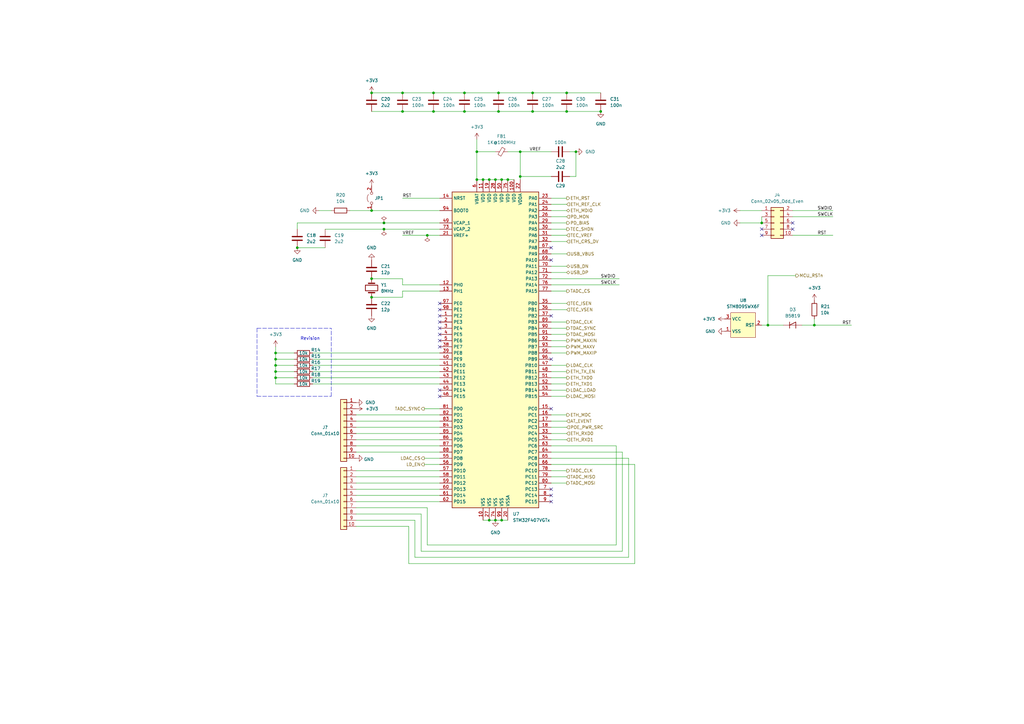
<source format=kicad_sch>
(kicad_sch (version 20211123) (generator eeschema)
  (paper "A3")
  (title_block (title "Kirdy") (date "2022-07-03") (rev "r0.1") (company "M-Labs") (comment 1 "Alex Wong Tat Hang"))
  (lib_symbols
    (symbol "Connector_Generic:Conn_01x10" (pin_names (offset 1.016) hide)
      (property "Reference" "J" (at 0 12.7 0))
      (property "Value" "Conn_01x10" (at 0 -15.24 0))
      (symbol "Conn_01x10_1_1"
        (rectangle (start -1.27 -12.573) (end 0 -12.827) (stroke (width 0.1524)))
        (rectangle (start -1.27 -10.033) (end 0 -10.287) (stroke (width 0.1524)))
        (rectangle (start -1.27 -7.493) (end 0 -7.747) (stroke (width 0.1524)))
        (rectangle (start -1.27 -4.953) (end 0 -5.207) (stroke (width 0.1524)))
        (rectangle (start -1.27 -2.413) (end 0 -2.667) (stroke (width 0.1524)))
        (rectangle (start -1.27 0.127) (end 0 -0.127) (stroke (width 0.1524)))
        (rectangle (start -1.27 2.667) (end 0 2.413) (stroke (width 0.1524)))
        (rectangle (start -1.27 5.207) (end 0 4.953) (stroke (width 0.1524)))
        (rectangle (start -1.27 7.747) (end 0 7.493) (stroke (width 0.1524)))
        (rectangle (start -1.27 10.287) (end 0 10.033) (stroke (width 0.1524)))
        (rectangle (start -1.27 11.43) (end 1.27 -13.97) (stroke (width 0.254)) (fill (type background)))
        (pin passive line (at -5.08 10.16 0) (length 3.81) (name "Pin_1") (number "1"))
        (pin passive line (at -5.08 -12.7 0) (length 3.81) (name "Pin_10") (number "10"))
        (pin passive line (at -5.08 7.62 0) (length 3.81) (name "Pin_2") (number "2"))
        (pin passive line (at -5.08 5.08 0) (length 3.81) (name "Pin_3") (number "3"))
        (pin passive line (at -5.08 2.54 0) (length 3.81) (name "Pin_4") (number "4"))
        (pin passive line (at -5.08 0 0) (length 3.81) (name "Pin_5") (number "5"))
        (pin passive line (at -5.08 -2.54 0) (length 3.81) (name "Pin_6") (number "6"))
        (pin passive line (at -5.08 -5.08 0) (length 3.81) (name "Pin_7") (number "7"))
        (pin passive line (at -5.08 -7.62 0) (length 3.81) (name "Pin_8") (number "8"))
        (pin passive line (at -5.08 -10.16 0) (length 3.81) (name "Pin_9") (number "9"))
      )
    )
    (symbol "Connector_Generic:Conn_02x05_Odd_Even" (pin_names (offset 1.016) hide)
      (property "Reference" "J" (at 1.27 7.62 0))
      (property "Value" "Conn_02x05_Odd_Even" (at 1.27 -7.62 0))
      (symbol "Conn_02x05_Odd_Even_1_1"
        (rectangle (start -1.27 -4.953) (end 0 -5.207) (stroke (width 0.1524)))
        (rectangle (start -1.27 -2.413) (end 0 -2.667) (stroke (width 0.1524)))
        (rectangle (start -1.27 0.127) (end 0 -0.127) (stroke (width 0.1524)))
        (rectangle (start -1.27 2.667) (end 0 2.413) (stroke (width 0.1524)))
        (rectangle (start -1.27 5.207) (end 0 4.953) (stroke (width 0.1524)))
        (rectangle (start -1.27 6.35) (end 3.81 -6.35) (stroke (width 0.254)) (fill (type background)))
        (rectangle (start 3.81 -4.953) (end 2.54 -5.207) (stroke (width 0.1524)))
        (rectangle (start 3.81 -2.413) (end 2.54 -2.667) (stroke (width 0.1524)))
        (rectangle (start 3.81 0.127) (end 2.54 -0.127) (stroke (width 0.1524)))
        (rectangle (start 3.81 2.667) (end 2.54 2.413) (stroke (width 0.1524)))
        (rectangle (start 3.81 5.207) (end 2.54 4.953) (stroke (width 0.1524)))
        (pin passive line (at -5.08 5.08 0) (length 3.81) (name "Pin_1") (number "1"))
        (pin passive line (at 7.62 -5.08 180) (length 3.81) (name "Pin_10") (number "10"))
        (pin passive line (at 7.62 5.08 180) (length 3.81) (name "Pin_2") (number "2"))
        (pin passive line (at -5.08 2.54 0) (length 3.81) (name "Pin_3") (number "3"))
        (pin passive line (at 7.62 2.54 180) (length 3.81) (name "Pin_4") (number "4"))
        (pin passive line (at -5.08 0 0) (length 3.81) (name "Pin_5") (number "5"))
        (pin passive line (at 7.62 0 180) (length 3.81) (name "Pin_6") (number "6"))
        (pin passive line (at -5.08 -2.54 0) (length 3.81) (name "Pin_7") (number "7"))
        (pin passive line (at 7.62 -2.54 180) (length 3.81) (name "Pin_8") (number "8"))
        (pin passive line (at -5.08 -5.08 0) (length 3.81) (name "Pin_9") (number "9"))
      )
    )
    (symbol "Device:C" (pin_numbers hide) (pin_names (offset 0.254))
      (property "Reference" "C" (at 0.635 2.54 0))
      (property "Value" "C" (at 0.635 -2.54 0))
      (symbol "C_0_1"
        (polyline (pts (xy -2.032 -0.762) (xy 2.032 -0.762)) (stroke (width 0.508)))
        (polyline (pts (xy -2.032 0.762) (xy 2.032 0.762)) (stroke (width 0.508)))
      )
      (symbol "C_1_1"
        (pin passive line (at 0 3.81 270) (length 2.794) (name "~") (number "1"))
        (pin passive line (at 0 -3.81 90) (length 2.794) (name "~") (number "2"))
      )
    )
    (symbol "Device:Crystal" (pin_numbers hide) (pin_names (offset 1.016) hide)
      (property "Reference" "Y" (at 0 3.81 0))
      (property "Value" "Crystal" (at 0 -3.81 0))
      (symbol "Crystal_0_1"
        (rectangle (start -1.143 2.54) (end 1.143 -2.54) (stroke (width 0.3048)))
        (polyline (pts (xy -2.54 0) (xy -1.905 0)))
        (polyline (pts (xy -1.905 -1.27) (xy -1.905 1.27)) (stroke (width 0.508)))
        (polyline (pts (xy 1.905 -1.27) (xy 1.905 1.27)) (stroke (width 0.508)))
        (polyline (pts (xy 2.54 0) (xy 1.905 0)))
      )
      (symbol "Crystal_1_1"
        (pin passive line (at -3.81 0 0) (length 1.27) (name "1") (number "1"))
        (pin passive line (at 3.81 0 180) (length 1.27) (name "2") (number "2"))
      )
    )
    (symbol "Device:D_Shockley" (pin_numbers hide) (pin_names (offset 1.016) hide)
      (property "Reference" "D" (at 0 2.54 0))
      (property "Value" "D_Shockley" (at 0 -2.54 0))
      (symbol "D_Shockley_0_1"
        (polyline (pts (xy -1.27 0) (xy 1.27 0)))
        (polyline (pts (xy -1.27 1.27) (xy -1.27 -1.27)) (stroke (width 0.254)))
        (polyline (pts (xy -1.27 0) (xy 1.27 1.27) (xy 1.27 -1.27)) (stroke (width 0.254)))
      )
      (symbol "D_Shockley_1_1"
        (pin passive line (at -3.81 0 0) (length 2.54) (name "K") (number "1"))
        (pin passive line (at 3.81 0 180) (length 2.54) (name "A") (number "2"))
      )
    )
    (symbol "Device:FerriteBead_Small" (pin_numbers hide) (pin_names (offset 0))
      (property "Reference" "FB" (at 1.905 1.27 0))
      (property "Value" "FerriteBead_Small" (at 1.905 -1.27 0))
      (symbol "FerriteBead_Small_0_1"
        (polyline (pts (xy 0 -1.27) (xy 0 -0.7874)))
        (polyline (pts (xy 0 0.889) (xy 0 1.2954)))
        (polyline (pts (xy -1.8288 0.2794) (xy -1.1176 1.4986) (xy 1.8288 -0.2032) (xy 1.1176 -1.4224) (xy -1.8288 0.2794)))
      )
      (symbol "FerriteBead_Small_1_1"
        (pin passive line (at 0 2.54 270) (length 1.27) (name "~") (number "1"))
        (pin passive line (at 0 -2.54 90) (length 1.27) (name "~") (number "2"))
      )
    )
    (symbol "Device:R" (pin_numbers hide) (pin_names (offset 0))
      (property "Reference" "R" (at 2.032 0 90))
      (property "Value" "R" (at 0 0 90))
      (symbol "R_0_1"
        (rectangle (start -1.016 -2.54) (end 1.016 2.54) (stroke (width 0.254)))
      )
      (symbol "R_1_1"
        (pin passive line (at 0 3.81 270) (length 1.27) (name "~") (number "1"))
        (pin passive line (at 0 -3.81 90) (length 1.27) (name "~") (number "2"))
      )
    )
    (symbol "Jumper:Jumper_2_Open" (pin_names (offset 0) hide)
      (property "Reference" "JP" (at 0 2.794 0))
      (property "Value" "Jumper_2_Open" (at 0 -2.286 0))
      (symbol "Jumper_2_Open_0_0"
        (circle (center -2.032 0) (radius 0.508))
        (circle (center 2.032 0) (radius 0.508))
      )
      (symbol "Jumper_2_Open_0_1"
        (arc (start 1.524 1.27) (mid 0 1.778) (end -1.524 1.27))
      )
      (symbol "Jumper_2_Open_1_1"
        (pin passive line (at -5.08 0 0) (length 2.54) (name "A") (number "1"))
        (pin passive line (at 5.08 0 180) (length 2.54) (name "B") (number "2"))
      )
    )
    (symbol "MCU_ST_STM32F4:STM32F407VGTx"
      (property "Reference" "U" (at -17.78 64.77 0))
      (property "Value" "STM32F407VGTx" (at 12.7 64.77 0))
      (symbol "STM32F407VGTx_0_1"
        (rectangle (start -17.78 -66.04) (end 17.78 63.5) (stroke (width 0.254)) (fill (type background)))
      )
      (symbol "STM32F407VGTx_1_1"
        (pin bidirectional line (at -22.86 12.7 0) (length 5.08) (name "PE2") (number "1"))
        (pin power_in line (at -5.08 -71.12 90) (length 5.08) (name "VSS") (number "10"))
        (pin power_in line (at 7.62 68.58 270) (length 5.08) (name "VDD") (number "100"))
        (pin power_in line (at -5.08 68.58 270) (length 5.08) (name "VDD") (number "11"))
        (pin input line (at -22.86 25.4 0) (length 5.08) (name "PH0") (number "12"))
        (pin input line (at -22.86 22.86 0) (length 5.08) (name "PH1") (number "13"))
        (pin input line (at -22.86 60.96 0) (length 5.08) (name "NRST") (number "14"))
        (pin bidirectional line (at 22.86 -25.4 180) (length 5.08) (name "PC0") (number "15"))
        (pin bidirectional line (at 22.86 -27.94 180) (length 5.08) (name "PC1") (number "16"))
        (pin bidirectional line (at 22.86 -30.48 180) (length 5.08) (name "PC2") (number "17"))
        (pin bidirectional line (at 22.86 -33.02 180) (length 5.08) (name "PC3") (number "18"))
        (pin power_in line (at -2.54 68.58 270) (length 5.08) (name "VDD") (number "19"))
        (pin bidirectional line (at -22.86 10.16 0) (length 5.08) (name "PE3") (number "2"))
        (pin power_in line (at 5.08 -71.12 90) (length 5.08) (name "VSSA") (number "20"))
        (pin power_in line (at -22.86 45.72 0) (length 5.08) (name "VREF+") (number "21"))
        (pin power_in line (at 10.16 68.58 270) (length 5.08) (name "VDDA") (number "22"))
        (pin bidirectional line (at 22.86 60.96 180) (length 5.08) (name "PA0") (number "23"))
        (pin bidirectional line (at 22.86 58.42 180) (length 5.08) (name "PA1") (number "24"))
        (pin bidirectional line (at 22.86 55.88 180) (length 5.08) (name "PA2") (number "25"))
        (pin bidirectional line (at 22.86 53.34 180) (length 5.08) (name "PA3") (number "26"))
        (pin power_in line (at -2.54 -71.12 90) (length 5.08) (name "VSS") (number "27"))
        (pin power_in line (at 0 68.58 270) (length 5.08) (name "VDD") (number "28"))
        (pin bidirectional line (at 22.86 50.8 180) (length 5.08) (name "PA4") (number "29"))
        (pin bidirectional line (at -22.86 7.62 0) (length 5.08) (name "PE4") (number "3"))
        (pin bidirectional line (at 22.86 48.26 180) (length 5.08) (name "PA5") (number "30"))
        (pin bidirectional line (at 22.86 45.72 180) (length 5.08) (name "PA6") (number "31"))
        (pin bidirectional line (at 22.86 43.18 180) (length 5.08) (name "PA7") (number "32"))
        (pin bidirectional line (at 22.86 -35.56 180) (length 5.08) (name "PC4") (number "33"))
        (pin bidirectional line (at 22.86 -38.1 180) (length 5.08) (name "PC5") (number "34"))
        (pin bidirectional line (at 22.86 17.78 180) (length 5.08) (name "PB0") (number "35"))
        (pin bidirectional line (at 22.86 15.24 180) (length 5.08) (name "PB1") (number "36"))
        (pin bidirectional line (at 22.86 12.7 180) (length 5.08) (name "PB2") (number "37"))
        (pin bidirectional line (at -22.86 0 0) (length 5.08) (name "PE7") (number "38"))
        (pin bidirectional line (at -22.86 -2.54 0) (length 5.08) (name "PE8") (number "39"))
        (pin bidirectional line (at -22.86 5.08 0) (length 5.08) (name "PE5") (number "4"))
        (pin bidirectional line (at -22.86 -5.08 0) (length 5.08) (name "PE9") (number "40"))
        (pin bidirectional line (at -22.86 -7.62 0) (length 5.08) (name "PE10") (number "41"))
        (pin bidirectional line (at -22.86 -10.16 0) (length 5.08) (name "PE11") (number "42"))
        (pin bidirectional line (at -22.86 -12.7 0) (length 5.08) (name "PE12") (number "43"))
        (pin bidirectional line (at -22.86 -15.24 0) (length 5.08) (name "PE13") (number "44"))
        (pin bidirectional line (at -22.86 -17.78 0) (length 5.08) (name "PE14") (number "45"))
        (pin bidirectional line (at -22.86 -20.32 0) (length 5.08) (name "PE15") (number "46"))
        (pin bidirectional line (at 22.86 -7.62 180) (length 5.08) (name "PB10") (number "47"))
        (pin bidirectional line (at 22.86 -10.16 180) (length 5.08) (name "PB11") (number "48"))
        (pin power_in line (at -22.86 50.8 0) (length 5.08) (name "VCAP_1") (number "49"))
        (pin bidirectional line (at -22.86 2.54 0) (length 5.08) (name "PE6") (number "5"))
        (pin power_in line (at 2.54 68.58 270) (length 5.08) (name "VDD") (number "50"))
        (pin bidirectional line (at 22.86 -12.7 180) (length 5.08) (name "PB12") (number "51"))
        (pin bidirectional line (at 22.86 -15.24 180) (length 5.08) (name "PB13") (number "52"))
        (pin bidirectional line (at 22.86 -17.78 180) (length 5.08) (name "PB14") (number "53"))
        (pin bidirectional line (at 22.86 -20.32 180) (length 5.08) (name "PB15") (number "54"))
        (pin bidirectional line (at -22.86 -45.72 0) (length 5.08) (name "PD8") (number "55"))
        (pin bidirectional line (at -22.86 -48.26 0) (length 5.08) (name "PD9") (number "56"))
        (pin bidirectional line (at -22.86 -50.8 0) (length 5.08) (name "PD10") (number "57"))
        (pin bidirectional line (at -22.86 -53.34 0) (length 5.08) (name "PD11") (number "58"))
        (pin bidirectional line (at -22.86 -55.88 0) (length 5.08) (name "PD12") (number "59"))
        (pin power_in line (at -7.62 68.58 270) (length 5.08) (name "VBAT") (number "6"))
        (pin bidirectional line (at -22.86 -58.42 0) (length 5.08) (name "PD13") (number "60"))
        (pin bidirectional line (at -22.86 -60.96 0) (length 5.08) (name "PD14") (number "61"))
        (pin bidirectional line (at -22.86 -63.5 0) (length 5.08) (name "PD15") (number "62"))
        (pin bidirectional line (at 22.86 -40.64 180) (length 5.08) (name "PC6") (number "63"))
        (pin bidirectional line (at 22.86 -43.18 180) (length 5.08) (name "PC7") (number "64"))
        (pin bidirectional line (at 22.86 -45.72 180) (length 5.08) (name "PC8") (number "65"))
        (pin bidirectional line (at 22.86 -48.26 180) (length 5.08) (name "PC9") (number "66"))
        (pin bidirectional line (at 22.86 40.64 180) (length 5.08) (name "PA8") (number "67"))
        (pin bidirectional line (at 22.86 38.1 180) (length 5.08) (name "PA9") (number "68"))
        (pin bidirectional line (at 22.86 35.56 180) (length 5.08) (name "PA10") (number "69"))
        (pin bidirectional line (at 22.86 -58.42 180) (length 5.08) (name "PC13") (number "7"))
        (pin bidirectional line (at 22.86 33.02 180) (length 5.08) (name "PA11") (number "70"))
        (pin bidirectional line (at 22.86 30.48 180) (length 5.08) (name "PA12") (number "71"))
        (pin bidirectional line (at 22.86 27.94 180) (length 5.08) (name "PA13") (number "72"))
        (pin power_in line (at -22.86 48.26 0) (length 5.08) (name "VCAP_2") (number "73"))
        (pin power_in line (at 0 -71.12 90) (length 5.08) (name "VSS") (number "74"))
        (pin power_in line (at 5.08 68.58 270) (length 5.08) (name "VDD") (number "75"))
        (pin bidirectional line (at 22.86 25.4 180) (length 5.08) (name "PA14") (number "76"))
        (pin bidirectional line (at 22.86 22.86 180) (length 5.08) (name "PA15") (number "77"))
        (pin bidirectional line (at 22.86 -50.8 180) (length 5.08) (name "PC10") (number "78"))
        (pin bidirectional line (at 22.86 -53.34 180) (length 5.08) (name "PC11") (number "79"))
        (pin bidirectional line (at 22.86 -60.96 180) (length 5.08) (name "PC14") (number "8"))
        (pin bidirectional line (at 22.86 -55.88 180) (length 5.08) (name "PC12") (number "80"))
        (pin bidirectional line (at -22.86 -25.4 0) (length 5.08) (name "PD0") (number "81"))
        (pin bidirectional line (at -22.86 -27.94 0) (length 5.08) (name "PD1") (number "82"))
        (pin bidirectional line (at -22.86 -30.48 0) (length 5.08) (name "PD2") (number "83"))
        (pin bidirectional line (at -22.86 -33.02 0) (length 5.08) (name "PD3") (number "84"))
        (pin bidirectional line (at -22.86 -35.56 0) (length 5.08) (name "PD4") (number "85"))
        (pin bidirectional line (at -22.86 -38.1 0) (length 5.08) (name "PD5") (number "86"))
        (pin bidirectional line (at -22.86 -40.64 0) (length 5.08) (name "PD6") (number "87"))
        (pin bidirectional line (at -22.86 -43.18 0) (length 5.08) (name "PD7") (number "88"))
        (pin bidirectional line (at 22.86 10.16 180) (length 5.08) (name "PB3") (number "89"))
        (pin bidirectional line (at 22.86 -63.5 180) (length 5.08) (name "PC15") (number "9"))
        (pin bidirectional line (at 22.86 7.62 180) (length 5.08) (name "PB4") (number "90"))
        (pin bidirectional line (at 22.86 5.08 180) (length 5.08) (name "PB5") (number "91"))
        (pin bidirectional line (at 22.86 2.54 180) (length 5.08) (name "PB6") (number "92"))
        (pin bidirectional line (at 22.86 0 180) (length 5.08) (name "PB7") (number "93"))
        (pin input line (at -22.86 55.88 0) (length 5.08) (name "BOOT0") (number "94"))
        (pin bidirectional line (at 22.86 -2.54 180) (length 5.08) (name "PB8") (number "95"))
        (pin bidirectional line (at 22.86 -5.08 180) (length 5.08) (name "PB9") (number "96"))
        (pin bidirectional line (at -22.86 17.78 0) (length 5.08) (name "PE0") (number "97"))
        (pin bidirectional line (at -22.86 15.24 0) (length 5.08) (name "PE1") (number "98"))
        (pin power_in line (at 2.54 -71.12 90) (length 5.08) (name "VSS") (number "99"))
      )
    )
    (symbol "kirdy:STM809SWX6F"
      (property "Reference" "U" (at 0 -10.16 0))
      (property "Value" "STM809SWX6F" (at 0 -7.62 0))
      (symbol "STM809SWX6F_0_0"
        (pin power_in line (at -7.62 -2.54 0) (length 2.54) (name "VSS") (number "1"))
        (pin output line (at 7.62 0 180) (length 2.54) (name "RST") (number "2"))
        (pin power_in line (at -7.62 2.54 0) (length 2.54) (name "VCC") (number "3"))
      )
      (symbol "STM809SWX6F_0_1"
        (rectangle (start -5.08 5.08) (end 5.08 -5.08) (fill (type background)))
      )
    )
    (symbol "power:+3V3" (power) (pin_names (offset 0))
      (property "Value" "+3V3" (at 0 3.556 0))
      (symbol "+3V3_0_1"
        (polyline (pts (xy -0.762 1.27) (xy 0 2.54)))
        (polyline (pts (xy 0 0) (xy 0 2.54)))
        (polyline (pts (xy 0 2.54) (xy 0.762 1.27)))
      )
      (symbol "+3V3_1_1"
        (pin power_in line (at 0 0 90) (length 0) hide (name "+3V3") (number "1"))
      )
    )
    (symbol "power:GND" (power) (pin_names (offset 0))
      (property "Value" "GND" (at 0 -3.81 0))
      (symbol "GND_0_1"
        (polyline (pts (xy 0 0) (xy 0 -1.27) (xy 1.27 -1.27) (xy 0 -2.54) (xy -1.27 -1.27) (xy 0 -1.27)))
      )
      (symbol "GND_1_1"
        (pin power_in line (at 0 0 270) (length 0) hide (name "GND") (number "1"))
      )
    )
    (symbol "power:PWR_FLAG" (power) (pin_numbers hide) (pin_names (offset 0) hide)
      (property "Value" "PWR_FLAG" (at 0 3.81 0))
      (symbol "PWR_FLAG_0_0"
        (pin power_out line (at 0 0 90) (length 0) (name "pwr") (number "1"))
      )
      (symbol "PWR_FLAG_0_1"
        (polyline (pts (xy 0 0) (xy 0 1.27) (xy -1.016 1.905) (xy 0 2.54) (xy 1.016 1.905) (xy 0 1.27)))
      )
    )
  )
  (junction (at 165.1 38.1))
  (junction (at 152.4 114.3))
  (junction (at 198.12 73.66))
  (junction (at 157.48 93.98))
  (junction (at 205.74 213.36))
  (junction (at 177.8 38.1))
  (junction (at 213.36 72.39))
  (junction (at 236.22 62.23))
  (junction (at 152.4 38.1))
  (junction (at 195.58 73.66))
  (junction (at 121.92 101.6))
  (junction (at 200.66 73.66))
  (junction (at 203.2 213.36))
  (junction (at 175.26 96.52))
  (junction (at 204.47 38.1))
  (junction (at 152.4 86.36))
  (junction (at 113.03 154.94))
  (junction (at 177.8 45.72))
  (junction (at 232.41 45.72))
  (junction (at 314.96 133.35))
  (junction (at 113.03 152.4))
  (junction (at 200.66 213.36))
  (junction (at 157.48 91.44))
  (junction (at 208.28 73.66))
  (junction (at 113.03 144.78))
  (junction (at 190.5 45.72))
  (junction (at 165.1 45.72))
  (junction (at 203.2 73.66))
  (junction (at 232.41 38.1))
  (junction (at 334.01 133.35))
  (junction (at 213.36 62.23))
  (junction (at 190.5 38.1))
  (junction (at 204.47 45.72))
  (junction (at 113.03 147.32))
  (junction (at 218.44 38.1))
  (junction (at 246.38 45.72))
  (junction (at 205.74 73.66))
  (junction (at 152.4 121.92))
  (junction (at 195.58 62.23))
  (junction (at 312.42 91.44))
  (junction (at 218.44 45.72))
  (junction (at 113.03 149.86))
  (no_connect (at 312.42 96.52))
  (no_connect (at 325.12 93.98))
  (no_connect (at 325.12 91.44))
  (no_connect (at 312.42 93.98))
  (no_connect (at 226.06 200.66))
  (no_connect (at 226.06 203.2))
  (no_connect (at 226.06 205.74))
  (no_connect (at 226.06 101.6))
  (no_connect (at 226.06 106.68))
  (no_connect (at 226.06 129.54))
  (no_connect (at 180.34 129.54))
  (no_connect (at 180.34 124.46))
  (no_connect (at 180.34 127))
  (no_connect (at 226.06 147.32))
  (no_connect (at 226.06 167.64))
  (no_connect (at 180.34 162.56))
  (no_connect (at 180.34 160.02))
  (no_connect (at 180.34 132.08))
  (no_connect (at 180.34 134.62))
  (no_connect (at 180.34 137.16))
  (no_connect (at 180.34 139.7))
  (no_connect (at 180.34 142.24))
  (wire (pts (xy 226.06 180.34) (xy 232.41 180.34)))
  (wire (pts (xy 146.05 205.74) (xy 180.34 205.74)))
  (wire (pts (xy 226.06 170.18) (xy 232.41 170.18)))
  (wire (pts (xy 226.06 160.02) (xy 232.41 160.02)))
  (wire (pts (xy 226.06 99.06) (xy 232.41 99.06)))
  (wire (pts (xy 165.1 116.84) (xy 180.34 116.84)))
  (wire (pts (xy 226.06 104.14) (xy 232.41 104.14)))
  (wire (pts (xy 146.05 203.2) (xy 180.34 203.2)))
  (wire (pts (xy 226.06 86.36) (xy 232.41 86.36)))
  (polyline (pts (xy 105.41 162.56) (xy 135.89 162.56)))
  (wire (pts (xy 175.26 96.52) (xy 180.34 96.52)))
  (wire (pts (xy 257.81 187.96) (xy 257.81 228.6)))
  (wire (pts (xy 198.12 213.36) (xy 200.66 213.36)))
  (wire (pts (xy 218.44 45.72) (xy 232.41 45.72)))
  (wire (pts (xy 312.42 88.9) (xy 312.42 91.44)))
  (wire (pts (xy 165.1 81.28) (xy 180.34 81.28)))
  (wire (pts (xy 233.68 72.39) (xy 236.22 72.39)))
  (wire (pts (xy 113.03 152.4) (xy 113.03 154.94)))
  (wire (pts (xy 172.72 226.06) (xy 172.72 210.82)))
  (wire (pts (xy 146.05 172.72) (xy 180.34 172.72)))
  (wire (pts (xy 195.58 62.23) (xy 203.2 62.23)))
  (wire (pts (xy 175.26 223.52) (xy 175.26 208.28)))
  (wire (pts (xy 121.92 101.6) (xy 133.35 101.6)))
  (wire (pts (xy 175.26 208.28) (xy 146.05 208.28)))
  (wire (pts (xy 173.99 187.96) (xy 180.34 187.96)))
  (wire (pts (xy 325.12 96.52) (xy 341.63 96.52)))
  (wire (pts (xy 203.2 213.36) (xy 205.74 213.36)))
  (wire (pts (xy 328.93 133.35) (xy 334.01 133.35)))
  (wire (pts (xy 312.42 133.35) (xy 314.96 133.35)))
  (wire (pts (xy 226.06 139.7) (xy 232.41 139.7)))
  (polyline (pts (xy 135.89 162.56) (xy 135.89 134.62)))
  (wire (pts (xy 226.06 116.84) (xy 254 116.84)))
  (wire (pts (xy 170.18 228.6) (xy 170.18 213.36)))
  (wire (pts (xy 204.47 38.1) (xy 218.44 38.1)))
  (wire (pts (xy 113.03 152.4) (xy 120.65 152.4)))
  (wire (pts (xy 128.27 149.86) (xy 180.34 149.86)))
  (wire (pts (xy 260.35 231.14) (xy 167.64 231.14)))
  (wire (pts (xy 113.03 149.86) (xy 120.65 149.86)))
  (wire (pts (xy 152.4 45.72) (xy 165.1 45.72)))
  (wire (pts (xy 157.48 93.98) (xy 180.34 93.98)))
  (wire (pts (xy 314.96 113.03) (xy 326.39 113.03)))
  (wire (pts (xy 128.27 147.32) (xy 180.34 147.32)))
  (wire (pts (xy 165.1 119.38) (xy 165.1 121.92)))
  (wire (pts (xy 208.28 62.23) (xy 213.36 62.23)))
  (wire (pts (xy 146.05 170.18) (xy 180.34 170.18)))
  (wire (pts (xy 146.05 193.04) (xy 180.34 193.04)))
  (wire (pts (xy 113.03 154.94) (xy 113.03 157.48)))
  (wire (pts (xy 167.64 215.9) (xy 146.05 215.9)))
  (wire (pts (xy 133.35 93.98) (xy 157.48 93.98)))
  (wire (pts (xy 226.06 177.8) (xy 232.41 177.8)))
  (wire (pts (xy 226.06 193.04) (xy 232.41 193.04)))
  (wire (pts (xy 334.01 133.35) (xy 334.01 130.81)))
  (wire (pts (xy 170.18 213.36) (xy 146.05 213.36)))
  (wire (pts (xy 113.03 147.32) (xy 113.03 149.86)))
  (wire (pts (xy 334.01 133.35) (xy 349.25 133.35)))
  (wire (pts (xy 255.27 226.06) (xy 172.72 226.06)))
  (wire (pts (xy 113.03 154.94) (xy 120.65 154.94)))
  (wire (pts (xy 226.06 154.94) (xy 232.41 154.94)))
  (wire (pts (xy 146.05 195.58) (xy 180.34 195.58)))
  (wire (pts (xy 213.36 62.23) (xy 213.36 72.39)))
  (wire (pts (xy 226.06 111.76) (xy 232.41 111.76)))
  (wire (pts (xy 226.06 134.62) (xy 232.41 134.62)))
  (wire (pts (xy 226.06 182.88) (xy 252.73 182.88)))
  (wire (pts (xy 226.06 187.96) (xy 257.81 187.96)))
  (wire (pts (xy 226.06 149.86) (xy 232.41 149.86)))
  (wire (pts (xy 252.73 223.52) (xy 175.26 223.52)))
  (wire (pts (xy 314.96 133.35) (xy 321.31 133.35)))
  (wire (pts (xy 226.06 137.16) (xy 232.41 137.16)))
  (wire (pts (xy 226.06 185.42) (xy 255.27 185.42)))
  (wire (pts (xy 226.06 93.98) (xy 232.41 93.98)))
  (wire (pts (xy 177.8 38.1) (xy 190.5 38.1)))
  (wire (pts (xy 200.66 213.36) (xy 203.2 213.36)))
  (wire (pts (xy 252.73 182.88) (xy 252.73 223.52)))
  (wire (pts (xy 203.2 73.66) (xy 205.74 73.66)))
  (wire (pts (xy 195.58 62.23) (xy 195.58 73.66)))
  (wire (pts (xy 233.68 62.23) (xy 236.22 62.23)))
  (wire (pts (xy 146.05 182.88) (xy 180.34 182.88)))
  (wire (pts (xy 177.8 45.72) (xy 190.5 45.72)))
  (wire (pts (xy 226.06 190.5) (xy 260.35 190.5)))
  (wire (pts (xy 146.05 175.26) (xy 180.34 175.26)))
  (wire (pts (xy 226.06 198.12) (xy 232.41 198.12)))
  (wire (pts (xy 232.41 38.1) (xy 246.38 38.1)))
  (wire (pts (xy 195.58 73.66) (xy 198.12 73.66)))
  (wire (pts (xy 213.36 62.23) (xy 226.06 62.23)))
  (wire (pts (xy 165.1 121.92) (xy 152.4 121.92)))
  (wire (pts (xy 113.03 144.78) (xy 113.03 147.32)))
  (wire (pts (xy 226.06 172.72) (xy 232.41 172.72)))
  (wire (pts (xy 152.4 86.36) (xy 180.34 86.36)))
  (wire (pts (xy 198.12 73.66) (xy 200.66 73.66)))
  (wire (pts (xy 113.03 144.78) (xy 120.65 144.78)))
  (wire (pts (xy 113.03 149.86) (xy 113.03 152.4)))
  (wire (pts (xy 213.36 72.39) (xy 213.36 73.66)))
  (wire (pts (xy 226.06 124.46) (xy 232.41 124.46)))
  (wire (pts (xy 226.06 152.4) (xy 232.41 152.4)))
  (wire (pts (xy 325.12 86.36) (xy 341.63 86.36)))
  (polyline (pts (xy 105.41 134.62) (xy 105.41 162.56)))
  (wire (pts (xy 226.06 195.58) (xy 232.41 195.58)))
  (wire (pts (xy 146.05 198.12) (xy 180.34 198.12)))
  (wire (pts (xy 165.1 96.52) (xy 175.26 96.52)))
  (wire (pts (xy 113.03 147.32) (xy 120.65 147.32)))
  (wire (pts (xy 208.28 73.66) (xy 210.82 73.66)))
  (wire (pts (xy 165.1 45.72) (xy 177.8 45.72)))
  (wire (pts (xy 165.1 119.38) (xy 180.34 119.38)))
  (wire (pts (xy 226.06 142.24) (xy 232.41 142.24)))
  (wire (pts (xy 165.1 116.84) (xy 165.1 114.3)))
  (wire (pts (xy 226.06 132.08) (xy 232.41 132.08)))
  (wire (pts (xy 121.92 93.98) (xy 121.92 91.44)))
  (wire (pts (xy 146.05 185.42) (xy 180.34 185.42)))
  (wire (pts (xy 213.36 72.39) (xy 226.06 72.39)))
  (wire (pts (xy 128.27 154.94) (xy 180.34 154.94)))
  (wire (pts (xy 236.22 72.39) (xy 236.22 62.23)))
  (wire (pts (xy 205.74 73.66) (xy 208.28 73.66)))
  (wire (pts (xy 157.48 91.44) (xy 180.34 91.44)))
  (wire (pts (xy 226.06 109.22) (xy 232.41 109.22)))
  (wire (pts (xy 113.03 142.24) (xy 113.03 144.78)))
  (wire (pts (xy 146.05 200.66) (xy 180.34 200.66)))
  (wire (pts (xy 303.53 91.44) (xy 312.42 91.44)))
  (wire (pts (xy 218.44 38.1) (xy 232.41 38.1)))
  (wire (pts (xy 113.03 157.48) (xy 120.65 157.48)))
  (wire (pts (xy 226.06 175.26) (xy 232.41 175.26)))
  (wire (pts (xy 226.06 88.9) (xy 232.41 88.9)))
  (wire (pts (xy 232.41 45.72) (xy 246.38 45.72)))
  (wire (pts (xy 314.96 133.35) (xy 314.96 113.03)))
  (wire (pts (xy 226.06 96.52) (xy 232.41 96.52)))
  (wire (pts (xy 195.58 57.15) (xy 195.58 62.23)))
  (wire (pts (xy 226.06 119.38) (xy 232.41 119.38)))
  (wire (pts (xy 173.99 190.5) (xy 180.34 190.5)))
  (wire (pts (xy 190.5 38.1) (xy 204.47 38.1)))
  (wire (pts (xy 165.1 38.1) (xy 177.8 38.1)))
  (wire (pts (xy 260.35 190.5) (xy 260.35 231.14)))
  (wire (pts (xy 152.4 38.1) (xy 165.1 38.1)))
  (wire (pts (xy 204.47 45.72) (xy 218.44 45.72)))
  (wire (pts (xy 257.81 228.6) (xy 170.18 228.6)))
  (wire (pts (xy 226.06 127) (xy 232.41 127)))
  (wire (pts (xy 146.05 180.34) (xy 180.34 180.34)))
  (wire (pts (xy 226.06 81.28) (xy 232.41 81.28)))
  (wire (pts (xy 226.06 83.82) (xy 232.41 83.82)))
  (wire (pts (xy 205.74 213.36) (xy 208.28 213.36)))
  (wire (pts (xy 303.53 86.36) (xy 312.42 86.36)))
  (wire (pts (xy 226.06 144.78) (xy 232.41 144.78)))
  (wire (pts (xy 172.72 210.82) (xy 146.05 210.82)))
  (wire (pts (xy 165.1 114.3) (xy 152.4 114.3)))
  (polyline (pts (xy 105.41 134.62) (xy 135.89 134.62)))
  (wire (pts (xy 143.51 86.36) (xy 152.4 86.36)))
  (wire (pts (xy 226.06 91.44) (xy 232.41 91.44)))
  (wire (pts (xy 130.81 86.36) (xy 135.89 86.36)))
  (wire (pts (xy 121.92 91.44) (xy 157.48 91.44)))
  (wire (pts (xy 226.06 162.56) (xy 232.41 162.56)))
  (wire (pts (xy 190.5 45.72) (xy 204.47 45.72)))
  (wire (pts (xy 128.27 144.78) (xy 180.34 144.78)))
  (wire (pts (xy 226.06 114.3) (xy 254 114.3)))
  (wire (pts (xy 226.06 157.48) (xy 232.41 157.48)))
  (wire (pts (xy 167.64 231.14) (xy 167.64 215.9)))
  (wire (pts (xy 255.27 185.42) (xy 255.27 226.06)))
  (wire (pts (xy 146.05 177.8) (xy 180.34 177.8)))
  (wire (pts (xy 325.12 88.9) (xy 341.63 88.9)))
  (wire (pts (xy 173.99 167.64) (xy 180.34 167.64)))
  (wire (pts (xy 128.27 152.4) (xy 180.34 152.4)))
  (wire (pts (xy 128.27 157.48) (xy 180.34 157.48)))
  (wire (pts (xy 200.66 73.66) (xy 203.2 73.66)))
  (text "Revision\n" (at 123.19 139.7 0) (effects (font (size 1.27 1.27)) (justify left bottom)))
  (label "VREF" (at 217.17 62.23 0))
  (label "SWDIO" (at 246.38 114.3 0))
  (label "SWCLK" (at 335.28 88.9 0))
  (label "RST" (at 165.1 81.28 0))
  (label "SWDIO" (at 335.28 86.36 0))
  (label "VREF" (at 165.1 96.52 0))
  (label "RST" (at 345.44 133.35 0))
  (label "RST" (at 335.28 96.52 0))
  (label "SWCLK" (at 246.38 116.84 0))
  (hierarchical_label "USB_DP" (shape bidirectional) (at 232.41 111.76 0))
  (hierarchical_label "TEC_VREF" (shape input) (at 232.41 96.52 0))
  (hierarchical_label "ETH_REF_CLK" (shape input) (at 232.41 83.82 0))
  (hierarchical_label "USB_VBUS" (shape input) (at 232.41 104.14 0))
  (hierarchical_label "TADC_CLK" (shape output) (at 232.41 193.04 0))
  (hierarchical_label "TDAC_MOSI" (shape output) (at 232.41 137.16 0))
  (hierarchical_label "PWM_MAXIP" (shape output) (at 232.41 144.78 0))
  (hierarchical_label "USB_DN" (shape bidirectional) (at 232.41 109.22 0))
  (hierarchical_label "ETH_RST" (shape output) (at 232.41 81.28 0))
  (hierarchical_label "TEC_SHDN" (shape output) (at 232.41 93.98 0))
  (hierarchical_label "ETH_TXD1" (shape output) (at 232.41 157.48 0))
  (hierarchical_label "ETH_MDIO" (shape bidirectional) (at 232.41 86.36 0))
  (hierarchical_label "LDAC_MOSI" (shape output) (at 232.41 162.56 0))
  (hierarchical_label "AT_EVENT" (shape input) (at 232.41 172.72 0))
  (hierarchical_label "PWM_MAXV" (shape output) (at 232.41 142.24 0))
  (hierarchical_label "POE_PWR_SRC" (shape input) (at 232.41 175.26 0))
  (hierarchical_label "MCU_RSTn" (shape output) (at 326.39 113.03 0))
  (hierarchical_label "TADC_CS" (shape output) (at 232.41 119.38 0))
  (hierarchical_label "ETH_RXD0" (shape input) (at 232.41 177.8 0))
  (hierarchical_label "PD_BIAS" (shape output) (at 232.41 91.44 0))
  (hierarchical_label "TADC_MISO" (shape input) (at 232.41 195.58 0))
  (hierarchical_label "LDAC_CS" (shape output) (at 173.99 187.96 180))
  (hierarchical_label "TADC_MOSI" (shape output) (at 232.41 198.12 0))
  (hierarchical_label "ETH_CRS_DV" (shape input) (at 232.41 99.06 0))
  (hierarchical_label "LD_EN" (shape output) (at 173.99 190.5 180))
  (hierarchical_label "TADC_SYNC" (shape output) (at 173.99 167.64 180))
  (hierarchical_label "PWM_MAXIN" (shape output) (at 232.41 139.7 0))
  (hierarchical_label "TEC_ISEN" (shape input) (at 232.41 124.46 0))
  (hierarchical_label "TEC_VSEN" (shape input) (at 232.41 127 0))
  (hierarchical_label "ETH_TX_EN" (shape output) (at 232.41 152.4 0))
  (hierarchical_label "TDAC_SYNC" (shape output) (at 232.41 134.62 0))
  (hierarchical_label "ETH_TXD0" (shape output) (at 232.41 154.94 0))
  (hierarchical_label "PD_MON" (shape input) (at 232.41 88.9 0))
  (hierarchical_label "ETH_RXD1" (shape input) (at 232.41 180.34 0))
  (hierarchical_label "LDAC_LOAD" (shape output) (at 232.41 160.02 0))
  (hierarchical_label "ETH_MDC" (shape output) (at 232.41 170.18 0))
  (hierarchical_label "LDAC_CLK" (shape output) (at 232.41 149.86 0))
  (hierarchical_label "TDAC_CLK" (shape output) (at 232.41 132.08 0))
  (symbol (lib_id "Connector_Generic:Conn_02x05_Odd_Even") (at 317.5 91.44 0) (unit 1)
    (property "Reference" "J4" (at 318.77 80.01 0))
    (property "Value" "Conn_02x05_Odd_Even" (at 318.77 82.55 0))
    (property "Footprint" "Connector_PinHeader_1.27mm:PinHeader_2x05_P1.27mm_Vertical_SMD" (effects hide))
    (property "MFR_PN" "M50-3600542" (effects hide))
  )
  (symbol (lib_id "Device:FerriteBead_Small") (at 205.74 62.23 90) (unit 1)
    (property "Reference" "FB1" (at 205.7019 55.88 90))
    (property "Value" "1K@100MHz" (at 205.7019 58.42 90))
    (property "Footprint" "Inductor_SMD:L_1210_3225Metric" (effects hide))
    (property "MFR_PN" "FBMH3225HM102NT" (effects hide))
    (property "MFR_PN_ALT" "FBMH3225HM102NTV" (effects hide))
  )
  (symbol (lib_id "power:+3V3") (at 152.4 76.2 0) (unit 1)
    (property "Reference" "#PWR045" (effects hide))
    (property "Value" "+3V3" (at 152.4 71.12 0))
  )
  (symbol (lib_id "Device:C") (at 133.35 97.79 0) (unit 1)
    (property "Reference" "C19" (at 137.16 96.5199 0) (effects (justify left)))
    (property "Value" "2u2" (at 137.16 99.0599 0) (effects (justify left)))
    (property "Footprint" "Capacitor_SMD:C_0603_1608Metric" (effects hide))
    (property "MFR_PN" "CL10B225KP8NNNC" (effects hide))
    (property "MFR_PN_ALT" "CGA3E1X7R0J225K080AC" (effects hide))
  )
  (symbol (lib_id "Connector_Generic:Conn_01x10") (at 140.97 175.26 0) (mirror y) (unit 1)
    (property "Reference" "J?" (at 133.35 175.26 0))
    (property "Value" "Conn_01x10" (at 133.35 177.8 0))
  )
  (symbol (lib_id "Device:R") (at 334.01 127 0) (unit 1)
    (property "Reference" "R21" (at 336.55 125.7299 0) (effects (justify left)))
    (property "Value" "10k" (at 336.55 128.2699 0) (effects (justify left)))
    (property "Footprint" "Resistor_SMD:R_0603_1608Metric" (effects hide))
    (property "MFR_PN" "RNCP0603FTD10K0" (effects hide))
    (property "MFR_PN_ALT" "RMCF0603FT10K0" (effects hide))
  )
  (symbol (lib_id "kirdy:STM809SWX6F") (at 304.8 133.35 0) (unit 1)
    (property "Reference" "U8" (at 304.8 123.19 0))
    (property "Value" "STM809SWX6F" (at 304.8 125.73 0))
    (property "Footprint" "Package_TO_SOT_SMD:SOT-23" (effects hide))
    (property "MFR_PN" "STM809SWX6F" (effects hide))
  )
  (symbol (lib_id "Device:C") (at 177.8 41.91 0) (unit 1)
    (property "Reference" "C24" (at 181.61 40.6399 0) (effects (justify left)))
    (property "Value" "100n" (at 181.61 43.1799 0) (effects (justify left)))
    (property "Footprint" "Capacitor_SMD:C_0603_1608Metric" (effects hide))
    (property "MFR_PN" "CL10B104KB8NNWC" (effects hide))
    (property "MFR_PN_ALT" "CL10B104KB8NNNL" (effects hide))
  )
  (symbol (lib_id "Device:C") (at 232.41 41.91 0) (unit 1)
    (property "Reference" "C30" (at 236.22 40.6399 0) (effects (justify left)))
    (property "Value" "100n" (at 236.22 43.1799 0) (effects (justify left)))
    (property "Footprint" "Capacitor_SMD:C_0603_1608Metric" (effects hide))
    (property "MFR_PN" "CL10B104KB8NNWC" (effects hide))
    (property "MFR_PN_ALT" "CL10B104KB8NNNL" (effects hide))
  )
  (symbol (lib_id "Device:R") (at 124.46 149.86 90) (unit 1)
    (property "Reference" "R16" (at 129.54 148.59 90))
    (property "Value" "10k" (at 124.46 149.86 90))
    (property "Footprint" "Resistor_SMD:R_0603_1608Metric" (effects hide))
    (property "MFR_PN" "RNCP0603FTD10K0" (effects hide))
    (property "MFR_PN_ALT" "RMCF0603FT10K0" (effects hide))
  )
  (symbol (lib_id "Device:C") (at 190.5 41.91 0) (unit 1)
    (property "Reference" "C25" (at 194.31 40.6399 0) (effects (justify left)))
    (property "Value" "100n" (at 194.31 43.1799 0) (effects (justify left)))
    (property "Footprint" "Capacitor_SMD:C_0603_1608Metric" (effects hide))
    (property "MFR_PN" "CL10B104KB8NNWC" (effects hide))
    (property "MFR_PN_ALT" "CL10B104KB8NNNL" (effects hide))
  )
  (symbol (lib_id "power:+3V3") (at 334.01 123.19 0) (unit 1)
    (property "Reference" "#PWR056" (effects hide))
    (property "Value" "+3V3" (at 334.01 118.11 0))
  )
  (symbol (lib_id "power:GND") (at 236.22 62.23 90) (unit 1)
    (property "Reference" "#PWR050" (effects hide))
    (property "Value" "GND" (at 240.03 62.2299 90) (effects (justify right)))
  )
  (symbol (lib_id "power:GND") (at 203.2 213.36 0) (unit 1)
    (property "Reference" "#PWR049" (effects hide))
    (property "Value" "GND" (at 203.2 218.44 0))
  )
  (symbol (lib_id "Device:C") (at 246.38 41.91 0) (unit 1)
    (property "Reference" "C31" (at 250.19 40.6399 0) (effects (justify left)))
    (property "Value" "100n" (at 250.19 43.1799 0) (effects (justify left)))
    (property "Footprint" "Capacitor_SMD:C_0603_1608Metric" (effects hide))
    (property "MFR_PN" "CL10B104KB8NNWC" (effects hide))
    (property "MFR_PN_ALT" "CL10B104KB8NNNL" (effects hide))
  )
  (symbol (lib_id "Jumper:Jumper_2_Open") (at 152.4 81.28 90) (unit 1)
    (property "Reference" "JP1" (at 153.67 81.28 90) (effects (justify right)))
    (property "Value" "DNP" (effects hide))
    (property "Footprint" "Connector_PinHeader_2.54mm:PinHeader_1x02_P2.54mm_Vertical" (effects hide))
  )
  (symbol (lib_id "power:+3V3") (at 303.53 86.36 90) (unit 1)
    (property "Reference" "#PWR054" (effects hide))
    (property "Value" "+3V3" (at 299.72 86.3599 90) (effects (justify left)))
  )
  (symbol (lib_id "Device:C") (at 218.44 41.91 0) (unit 1)
    (property "Reference" "C27" (at 222.25 40.6399 0) (effects (justify left)))
    (property "Value" "100n" (at 222.25 43.1799 0) (effects (justify left)))
    (property "Footprint" "Capacitor_SMD:C_0603_1608Metric" (effects hide))
    (property "MFR_PN" "CL10B104KB8NNWC" (effects hide))
    (property "MFR_PN_ALT" "CL10B104KB8NNNL" (effects hide))
  )
  (symbol (lib_id "Device:Crystal") (at 152.4 118.11 90) (unit 1)
    (property "Reference" "Y1" (at 156.21 116.8399 90) (effects (justify right)))
    (property "Value" "8MHz" (at 156.21 119.3799 90) (effects (justify right)))
    (property "Footprint" "Crystal:Crystal_SMD_5032-2Pin_5.0x3.2mm" (effects hide))
    (property "MFR_PN" "ECS-80-12-30Q-DS-TR" (effects hide))
    (property "MFR_PN_ALT" "ECS-80-12-30-JGN-TR" (effects hide))
  )
  (symbol (lib_id "power:PWR_FLAG") (at 157.48 93.98 180) (unit 1)
    (property "Reference" "#FLG04" (effects hide))
    (property "Value" "PWR_FLAG" (effects hide))
  )
  (symbol (lib_id "MCU_ST_STM32F4:STM32F407VGTx") (at 203.2 142.24 0) (unit 1)
    (property "Reference" "U7" (at 210.2994 210.82 0) (effects (justify left)))
    (property "Value" "STM32F407VGTx" (at 210.2994 213.36 0) (effects (justify left)))
    (property "Footprint" "Package_QFP:LQFP-100_14x14mm_P0.5mm" (effects hide))
    (property "Datasheet" "http://www.st.com/st-web-ui/static/active/en/resource/technical/document/datasheet/DM00037051.pdf" (effects hide))
    (property "MFR_PN" "STM32F407VGT6" (effects hide))
  )
  (symbol (lib_id "Device:R") (at 124.46 147.32 90) (unit 1)
    (property "Reference" "R15" (at 129.54 146.05 90))
    (property "Value" "10k" (at 124.46 147.32 90))
    (property "Footprint" "Resistor_SMD:R_0603_1608Metric" (effects hide))
    (property "MFR_PN" "RNCP0603FTD10K0" (effects hide))
    (property "MFR_PN_ALT" "RMCF0603FT10K0" (effects hide))
  )
  (symbol (lib_id "power:PWR_FLAG") (at 157.48 91.44 0) (unit 1)
    (property "Reference" "#FLG03" (effects hide))
    (property "Value" "PWR_FLAG" (effects hide))
  )
  (symbol (lib_id "power:+3V3") (at 113.03 142.24 0) (unit 1)
    (property "Reference" "#PWR041" (effects hide))
    (property "Value" "+3V3" (at 113.03 137.16 0))
  )
  (symbol (lib_id "power:GND") (at 297.18 135.89 270) (unit 1)
    (property "Reference" "#PWR053" (effects hide))
    (property "Value" "GND" (at 293.37 135.8899 90) (effects (justify right)))
  )
  (symbol (lib_id "Device:C") (at 229.87 62.23 90) (unit 1)
    (property "Reference" "C28" (at 229.87 66.04 90))
    (property "Value" "100n" (at 229.87 58.42 90))
    (property "Footprint" "Capacitor_SMD:C_0603_1608Metric" (effects hide))
    (property "MFR_PN" "CL10B104KB8NNWC" (effects hide))
    (property "MFR_PN_ALT" "CL10B104KB8NNNL" (effects hide))
  )
  (symbol (lib_id "power:GND") (at 146.05 165.1 90) (unit 1)
    (property "Reference" "#PWR?" (effects hide))
    (property "Value" "GND" (at 149.86 165.1 90) (effects (justify right)))
  )
  (symbol (lib_id "Device:C") (at 229.87 72.39 90) (unit 1)
    (property "Reference" "C29" (at 229.87 76.2 90))
    (property "Value" "2u2" (at 229.87 68.58 90))
    (property "Footprint" "Capacitor_SMD:C_0603_1608Metric" (effects hide))
    (property "MFR_PN" "CL10B225KP8NNNC" (effects hide))
    (property "MFR_PN_ALT" "CGA3E1X7R0J225K080AC" (effects hide))
  )
  (symbol (lib_id "Device:C") (at 165.1 41.91 0) (unit 1)
    (property "Reference" "C23" (at 168.91 40.6399 0) (effects (justify left)))
    (property "Value" "100n" (at 168.91 43.1799 0) (effects (justify left)))
    (property "Footprint" "Capacitor_SMD:C_0603_1608Metric" (effects hide))
    (property "MFR_PN" "CL10B104KB8NNWC" (effects hide))
    (property "MFR_PN_ALT" "CL10B104KB8NNNL" (effects hide))
  )
  (symbol (lib_id "Device:R") (at 124.46 144.78 90) (unit 1)
    (property "Reference" "R14" (at 129.54 143.51 90))
    (property "Value" "10k" (at 124.46 144.78 90))
    (property "Footprint" "Resistor_SMD:R_0603_1608Metric" (effects hide))
    (property "MFR_PN" "RNCP0603FTD10K0" (effects hide))
    (property "MFR_PN_ALT" "RMCF0603FT10K0" (effects hide))
  )
  (symbol (lib_id "power:GND") (at 246.38 45.72 0) (unit 1)
    (property "Reference" "#PWR051" (effects hide))
    (property "Value" "GND" (at 246.38 50.8 0))
  )
  (symbol (lib_id "Device:R") (at 124.46 152.4 90) (unit 1)
    (property "Reference" "R17" (at 129.54 151.13 90))
    (property "Value" "10k" (at 124.46 152.4 90))
    (property "Footprint" "Resistor_SMD:R_0603_1608Metric" (effects hide))
    (property "MFR_PN" "RNCP0603FTD10K0" (effects hide))
    (property "MFR_PN_ALT" "RMCF0603FT10K0" (effects hide))
  )
  (symbol (lib_id "power:GND") (at 152.4 129.54 0) (unit 1)
    (property "Reference" "#PWR047" (effects hide))
    (property "Value" "GND" (at 152.4 134.62 0))
  )
  (symbol (lib_id "power:PWR_FLAG") (at 175.26 96.52 180) (unit 1)
    (property "Reference" "#FLG05" (effects hide))
    (property "Value" "PWR_FLAG" (effects hide))
  )
  (symbol (lib_id "Device:C") (at 204.47 41.91 0) (unit 1)
    (property "Reference" "C26" (at 208.28 40.6399 0) (effects (justify left)))
    (property "Value" "100n" (at 208.28 43.1799 0) (effects (justify left)))
    (property "Footprint" "Capacitor_SMD:C_0603_1608Metric" (effects hide))
    (property "MFR_PN" "CL10B104KB8NNWC" (effects hide))
    (property "MFR_PN_ALT" "CL10B104KB8NNNL" (effects hide))
  )
  (symbol (lib_id "power:GND") (at 130.81 86.36 270) (unit 1)
    (property "Reference" "#PWR043" (effects hide))
    (property "Value" "GND" (at 127 86.3599 90) (effects (justify right)))
  )
  (symbol (lib_id "Device:C") (at 121.92 97.79 0) (unit 1)
    (property "Reference" "C18" (at 125.73 96.5199 0) (effects (justify left)))
    (property "Value" "2u2" (at 125.73 99.0599 0) (effects (justify left)))
    (property "Footprint" "Capacitor_SMD:C_0603_1608Metric" (effects hide))
    (property "MFR_PN" "CL10B225KP8NNNC" (effects hide))
    (property "MFR_PN_ALT" "CGA3E1X7R0J225K080AC" (effects hide))
  )
  (symbol (lib_id "Device:R") (at 139.7 86.36 90) (unit 1)
    (property "Reference" "R20" (at 139.7 80.01 90))
    (property "Value" "10k" (at 139.7 82.55 90))
    (property "Footprint" "Resistor_SMD:R_0603_1608Metric" (effects hide))
    (property "MFR_PN" "RNCP0603FTD10K0" (effects hide))
    (property "MFR_PN_ALT" "RMCF0603FT10K0" (effects hide))
  )
  (symbol (lib_id "power:+3V3") (at 195.58 57.15 0) (unit 1)
    (property "Reference" "#PWR048" (effects hide))
    (property "Value" "+3V3" (at 195.58 52.07 0))
  )
  (symbol (lib_id "power:GND") (at 146.05 187.96 90) (unit 1)
    (property "Reference" "#PWR?" (effects hide))
    (property "Value" "GND" (at 149.225 188.3938 90) (effects (justify right)))
  )
  (symbol (lib_id "power:+3V3") (at 297.18 130.81 90) (unit 1)
    (property "Reference" "#PWR052" (effects hide))
    (property "Value" "+3V3" (at 293.37 130.8099 90) (effects (justify left)))
  )
  (symbol (lib_id "power:GND") (at 303.53 91.44 270) (unit 1)
    (property "Reference" "#PWR055" (effects hide))
    (property "Value" "GND" (at 299.72 91.4399 90) (effects (justify right)))
  )
  (symbol (lib_id "power:+3V3") (at 146.05 167.64 270) (unit 1)
    (property "Reference" "#PWR?" (effects hide))
    (property "Value" "+3V3" (at 149.86 167.64 90) (effects (justify left)))
  )
  (symbol (lib_id "power:GND") (at 121.92 101.6 0) (unit 1)
    (property "Reference" "#PWR042" (effects hide))
    (property "Value" "GND" (at 121.92 106.68 0))
  )
  (symbol (lib_id "Device:C") (at 152.4 125.73 0) (unit 1)
    (property "Reference" "C22" (at 156.21 124.4599 0) (effects (justify left)))
    (property "Value" "12p" (at 156.21 126.9999 0) (effects (justify left)))
    (property "Footprint" "Capacitor_SMD:C_0603_1608Metric" (effects hide))
    (property "MFR_PN" "0603N120J500CT" (effects hide))
    (property "MFR_PN_ALT" "C0603C120K5HAC7867" (effects hide))
  )
  (symbol (lib_id "power:+3V3") (at 152.4 38.1 0) (unit 1)
    (property "Reference" "#PWR044" (effects hide))
    (property "Value" "+3V3" (at 152.4 33.02 0))
  )
  (symbol (lib_id "Device:D_Shockley") (at 325.12 133.35 0) (unit 1)
    (property "Reference" "D3" (at 325.12 127 0))
    (property "Value" "B5819" (at 325.12 129.54 0))
    (property "Footprint" "Diode_SMD:D_SOD-323" (effects hide))
    (property "MFR_PN" "B5819WS-TP" (effects hide))
  )
  (symbol (lib_id "Device:C") (at 152.4 41.91 0) (unit 1)
    (property "Reference" "C20" (at 156.21 40.6399 0) (effects (justify left)))
    (property "Value" "2u2" (at 156.21 43.1799 0) (effects (justify left)))
    (property "Footprint" "Capacitor_SMD:C_0603_1608Metric" (effects hide))
    (property "MFR_PN" "CL10B225KP8NNNC" (effects hide))
    (property "MFR_PN_ALT" "CGA3E1X7R0J225K080AC" (effects hide))
  )
  (symbol (lib_id "Connector_Generic:Conn_01x10") (at 140.97 203.2 0) (mirror y) (unit 1)
    (property "Reference" "J?" (at 133.35 203.2 0))
    (property "Value" "Conn_01x10" (at 133.35 205.74 0))
  )
  (symbol (lib_id "Device:C") (at 152.4 110.49 0) (unit 1)
    (property "Reference" "C21" (at 156.21 109.2199 0) (effects (justify left)))
    (property "Value" "12p" (at 156.21 111.7599 0) (effects (justify left)))
    (property "Footprint" "Capacitor_SMD:C_0603_1608Metric" (effects hide))
    (property "MFR_PN" "0603N120J500CT" (effects hide))
    (property "MFR_PN_ALT" "C0603C120K5HAC7867" (effects hide))
  )
  (symbol (lib_id "power:GND") (at 152.4 106.68 180) (unit 1)
    (property "Reference" "#PWR046" (effects hide))
    (property "Value" "GND" (at 152.4 101.6 0))
  )
  (symbol (lib_id "Device:R") (at 124.46 154.94 90) (unit 1)
    (property "Reference" "R18" (at 129.54 153.67 90))
    (property "Value" "10k" (at 124.46 154.94 90))
    (property "Footprint" "Resistor_SMD:R_0603_1608Metric" (effects hide))
    (property "MFR_PN" "RNCP0603FTD10K0" (effects hide))
    (property "MFR_PN_ALT" "RMCF0603FT10K0" (effects hide))
  )
  (symbol (lib_id "Device:R") (at 124.46 157.48 90) (unit 1)
    (property "Reference" "R19" (at 129.54 156.21 90))
    (property "Value" "10k" (at 124.46 157.48 90))
    (property "Footprint" "Resistor_SMD:R_0603_1608Metric" (effects hide))
    (property "MFR_PN" "RNCP0603FTD10K0" (effects hide))
    (property "MFR_PN_ALT" "RMCF0603FT10K0" (effects hide))
  )
)
</source>
